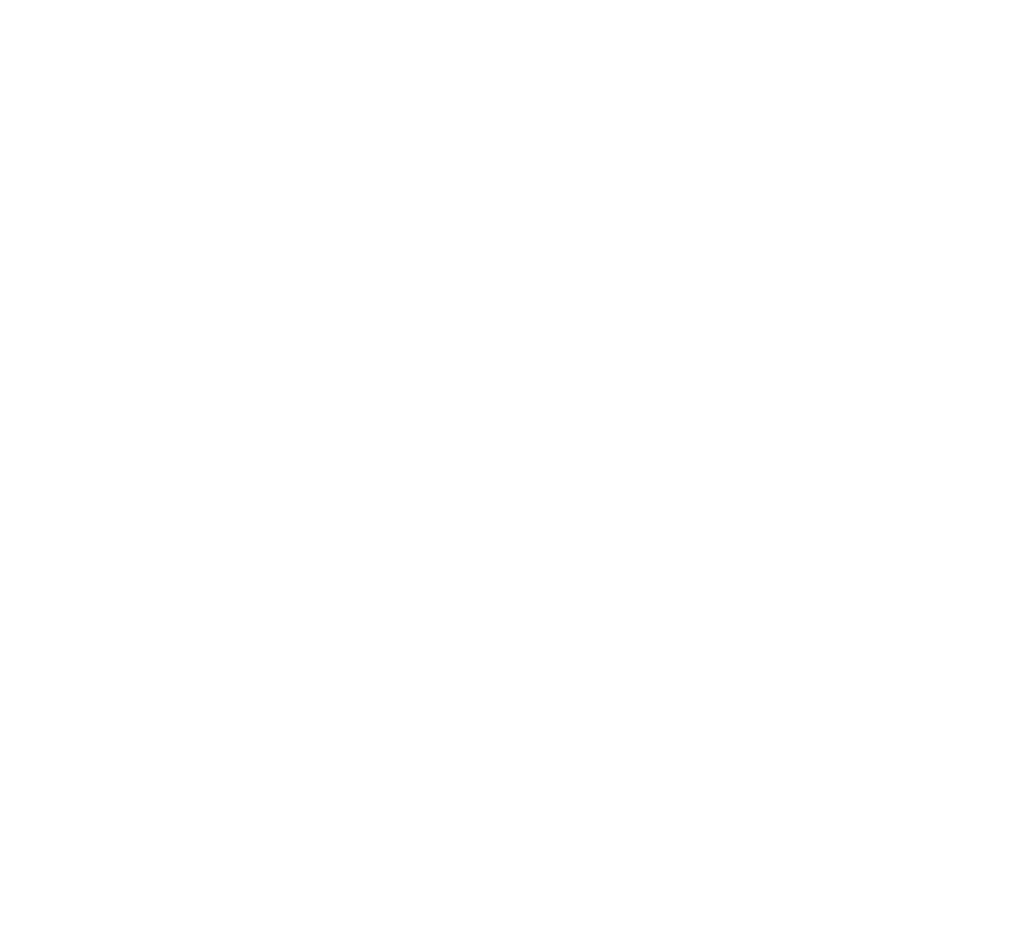
<source format=kicad_pcb>
(kicad_pcb
	(version 20241229)
	(generator "pcbnew")
	(generator_version "9.0")
	(general
		(thickness 1.6)
		(legacy_teardrops no)
	)
	(paper "A4")
	(layers
		(0 "F.Cu" power)
		(2 "B.Cu" power)
		(9 "F.Adhes" user "F.Adhesive")
		(11 "B.Adhes" user "B.Adhesive")
		(13 "F.Paste" user)
		(15 "B.Paste" user)
		(5 "F.SilkS" user "F.Silkscreen")
		(7 "B.SilkS" user "B.Silkscreen")
		(1 "F.Mask" user)
		(3 "B.Mask" user)
		(17 "Dwgs.User" user "User.Drawings")
		(19 "Cmts.User" user "User.Comments")
		(21 "Eco1.User" user "User.Eco1")
		(23 "Eco2.User" user "User.Eco2")
		(25 "Edge.Cuts" user)
		(27 "Margin" user)
		(31 "F.CrtYd" user "F.Courtyard")
		(29 "B.CrtYd" user "B.Courtyard")
		(35 "F.Fab" user)
		(33 "B.Fab" user)
		(39 "User.1" user)
		(41 "User.2" user)
		(43 "User.3" user)
		(45 "User.4" user)
	)
	(setup
		(pad_to_mask_clearance 0)
		(allow_soldermask_bridges_in_footprints no)
		(tenting front back)
		(pcbplotparams
			(layerselection 0x00000000_00000000_55555555_5755f5ff)
			(plot_on_all_layers_selection 0x00000000_00000000_00000000_00000000)
			(disableapertmacros no)
			(usegerberextensions no)
			(usegerberattributes yes)
			(usegerberadvancedattributes yes)
			(creategerberjobfile yes)
			(dashed_line_dash_ratio 12.000000)
			(dashed_line_gap_ratio 3.000000)
			(svgprecision 4)
			(plotframeref no)
			(mode 1)
			(useauxorigin no)
			(hpglpennumber 1)
			(hpglpenspeed 20)
			(hpglpendiameter 15.000000)
			(pdf_front_fp_property_popups yes)
			(pdf_back_fp_property_popups yes)
			(pdf_metadata yes)
			(pdf_single_document no)
			(dxfpolygonmode yes)
			(dxfimperialunits yes)
			(dxfusepcbnewfont yes)
			(psnegative no)
			(psa4output no)
			(plot_black_and_white yes)
			(sketchpadsonfab no)
			(plotpadnumbers no)
			(hidednponfab no)
			(sketchdnponfab yes)
			(crossoutdnponfab yes)
			(subtractmaskfromsilk no)
			(outputformat 1)
			(mirror no)
			(drillshape 1)
			(scaleselection 1)
			(outputdirectory "")
		)
	)
	(net 0 "")
	(zone
		(net 0)
		(net_name "")
		(layers "F.Cu" "B.Cu")
		(uuid "3720b507-b8f8-4ece-85a8-7b19fe7a21ca")
		(hatch edge 0.5)
		(connect_pads
			(clearance 0.5)
		)
		(min_thickness 0.25)
		(filled_areas_thickness no)
		(fill
			(thermal_gap 0.5)
			(thermal_bridge_width 0.5)
			(island_removal_mode 1)
			(island_area_min 10)
		)
		(polygon
			(pts
				(xy 120.5 34.5) (xy 155 34.5) (xy 155 66) (xy 120.5 66)
			)
		)
	)
	(zone
		(net 0)
		(net_name "")
		(layer "Edge.Cuts")
		(uuid "6e1e05c8-d94e-4dbc-b487-ec6a840649e6")
		(hatch none 0.5)
		(connect_pads
			(clearance 0.5)
		)
		(min_thickness 0.25)
		(filled_areas_thickness no)
		(fill
			(thermal_gap 0.5)
			(thermal_bridge_width 0.5)
		)
		(polygon
			(pts
				(xy 155 66) (xy 155 34.5) (xy 120.5 34.5) (xy 120.5 66)
			)
		)
	)
	(embedded_fonts no)
)

</source>
